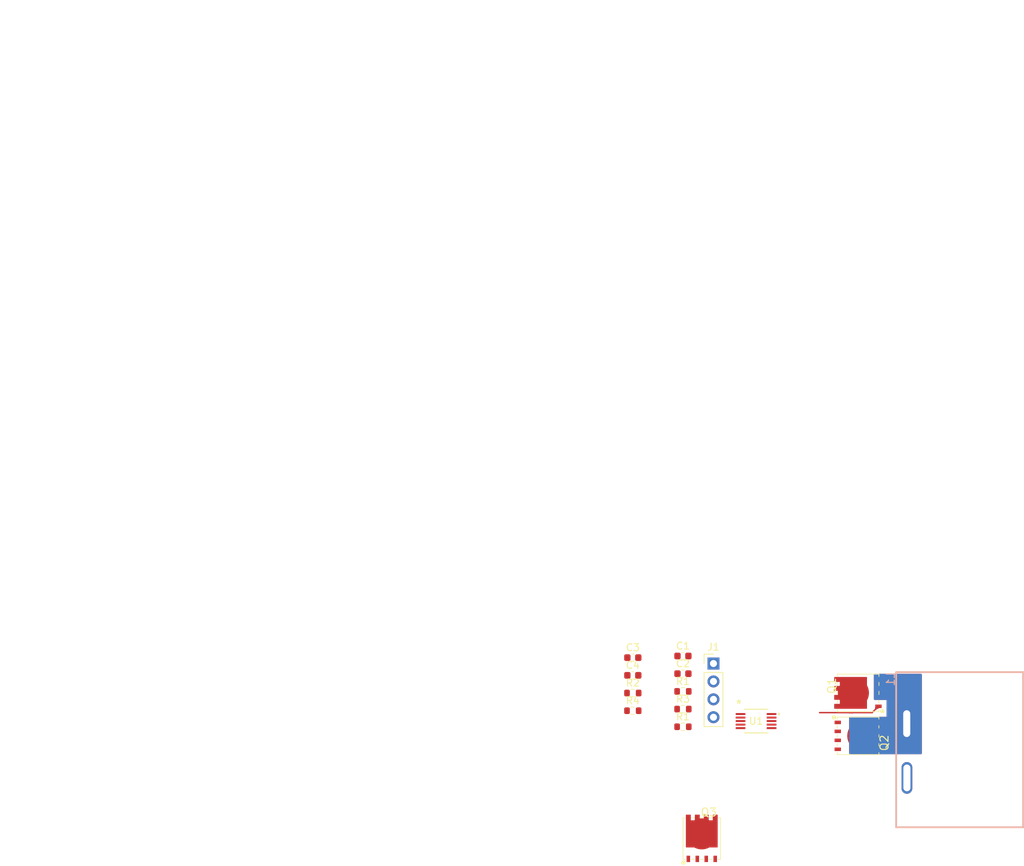
<source format=kicad_pcb>
(kicad_pcb (version 20241229) (generator "pcbnew") (generator_version "9.0")
  (layers (0 "F.Cu" signal) (2 "B.Cu" signal) (13 "F.Paste" user) (15 "B.Paste" user) (5 "F.SilkS" user "F.Silkscreen") (7 "B.SilkS" user "B.Silkscreen") (1 "F.Mask" user) (3 "B.Mask" user) (25 "Edge.Cuts" user))
  (net 0 "")
  (net 5 "GND")
  (net 6 "Net-(U1-FB)")
  (net 7 "Net-(U1-REF)")
  (net 8 "Net-(Q3-D)")
  (net 9 "/HG")
  (net 10 "+12V")
  (net 11 "/LG")
  (net 12 "Net-(R1-Pad2)")
  (net 13 "Net-(U1-BST)")
  (net 14 "/SW")
  (net 15 "Net-(U1-ILIM)")
  (net 16 "/VOUT")
  (net 17 "/EN")
  (footprint "自建封装库:MSOP10_MP2905_MNP" (layer "F.Cu") (at 107.1971 102.000001)
    (property "Reference" "U1" (at 0 0 0) (layer "F.SilkS"))
    (property "Value" "MP2905EK-LF-P")
    (fp_line (start -1.6764 1.6764) (end 1.6764 1.6764) (stroke (width 0.1524)) (layer "F.SilkS"))
    (fp_line (start 1.6764 -1.6764) (end -1.6764 -1.6764) (stroke (width 0.1524)) (layer "F.SilkS"))
    (fp_poly (pts (xy 3.3909 -1.190501) (xy 3.3909 -0.809501) (xy 3.1369 -0.809501) (xy 3.1369 -1.190501)) (fill yes) (layer "F.SilkS"))
    (fp_text user "*" (at -2.4511 -2.4224 0) (layer "F.SilkS"))
    (fp_text user "*" (at -2.4511 -2.4224 0) (layer "F.SilkS"))
    (pad "1" smd rect (at -2.1971 -1.000001) (size 1.3716 0.2794) (layers "F.Cu" "F.Mask" "F.Paste") (net 6 "Net-(U1-FB)"))
    (pad "2" smd rect (at -2.1971 -0.499999) (size 1.3716 0.2794) (layers "F.Cu" "F.Mask" "F.Paste") (net 8 "Net-(Q3-D)"))
    (pad "3" smd rect (at -2.1971 0) (size 1.3716 0.2794) (layers "F.Cu" "F.Mask" "F.Paste") (net 7 "Net-(U1-REF)"))
    (pad "4" smd rect (at -2.1971 0.499999) (size 1.3716 0.2794) (layers "F.Cu" "F.Mask" "F.Paste") (net 5 "GND"))
    (pad "5" smd rect (at -2.1971 1.000001) (size 1.3716 0.2794) (layers "F.Cu" "F.Mask" "F.Paste") (net 11 "/LG"))
    (pad "6" smd rect (at 2.1971 1.000001) (size 1.3716 0.2794) (layers "F.Cu" "F.Mask" "F.Paste") (net 13 "Net-(U1-BST)"))
    (pad "7" smd rect (at 2.1971 0.499999) (size 1.3716 0.2794) (layers "F.Cu" "F.Mask" "F.Paste") (net 14 "/SW"))
    (pad "8" smd rect (at 2.1971 0) (size 1.3716 0.2794) (layers "F.Cu" "F.Mask" "F.Paste") (net 9 "/HG"))
    (pad "9" smd rect (at 2.1971 -0.499999) (size 1.3716 0.2794) (layers "F.Cu" "F.Mask" "F.Paste") (net 10 "+12V"))
    (pad "10" smd rect (at 2.1971 -1.000001) (size 1.3716 0.2794) (layers "F.Cu" "F.Mask" "F.Paste") (net 15 "Net-(U1-ILIM)"))
  )
  (footprint "Capacitor_SMD:C_0603_1608Metric" (layer "F.Cu") (at 96.829 92.765401)
    (property "Reference" "C1" (at 0 -1.43 0) (layer "F.SilkS"))
    (property "Value" "10nF")
    (fp_line (start -0.14058 -0.51) (end 0.14058 -0.51) (stroke (width 0.12)) (layer "F.SilkS"))
    (fp_line (start -0.14058 0.51) (end 0.14058 0.51) (stroke (width 0.12)) (layer "F.SilkS"))
    (pad "1" smd roundrect (at -0.775 0) (size 0.9 0.95) (layers "F.Cu" "F.Mask" "F.Paste") (net 5 "GND"))
    (pad "2" smd roundrect (at 0.775 0) (size 0.9 0.95) (layers "F.Cu" "F.Mask" "F.Paste") (net 8 "Net-(Q3-D)"))
  )
  (footprint "Resistor_SMD:R_0603_1608Metric" (layer "F.Cu") (at 89.725 100.53)
    (property "Reference" "R4" (at 0 -1.43 0) (layer "F.SilkS"))
    (property "Value" "R")
    (fp_line (start -0.237258 -0.5225) (end 0.237258 -0.5225) (stroke (width 0.12)) (layer "F.SilkS"))
    (fp_line (start -0.237258 0.5225) (end 0.237258 0.5225) (stroke (width 0.12)) (layer "F.SilkS"))
    (pad "1" smd roundrect (at -0.825 0) (size 0.8 0.95) (layers "F.Cu" "F.Mask" "F.Paste") (net 5 "GND"))
    (pad "2" smd roundrect (at 0.825 0) (size 0.8 0.95) (layers "F.Cu" "F.Mask" "F.Paste") (net 17 "/EN"))
  )
  (footprint "Capacitor_SMD:C_0603_1608Metric" (layer "F.Cu") (at 89.725 95.51)
    (property "Reference" "C4" (at 0 -1.43 0) (layer "F.SilkS"))
    (property "Value" "10nF")
    (fp_line (start -0.14058 -0.51) (end 0.14058 -0.51) (stroke (width 0.12)) (layer "F.SilkS"))
    (fp_line (start -0.14058 0.51) (end 0.14058 0.51) (stroke (width 0.12)) (layer "F.SilkS"))
    (pad "1" smd roundrect (at -0.775 0) (size 0.9 0.95) (layers "F.Cu" "F.Mask" "F.Paste") (net 15 "Net-(U1-ILIM)"))
    (pad "2" smd roundrect (at 0.775 0) (size 0.9 0.95) (layers "F.Cu" "F.Mask" "F.Paste") (net 10 "+12V"))
  )
  (footprint "Capacitor_SMD:C_0603_1608Metric" (layer "F.Cu") (at 96.829 95.275401)
    (property "Reference" "C2" (at 0 -1.43 0) (layer "F.SilkS"))
    (property "Value" "4.7μF")
    (fp_line (start -0.14058 -0.51) (end 0.14058 -0.51) (stroke (width 0.12)) (layer "F.SilkS"))
    (fp_line (start -0.14058 0.51) (end 0.14058 0.51) (stroke (width 0.12)) (layer "F.SilkS"))
    (pad "1" smd roundrect (at -0.775 0) (size 0.9 0.95) (layers "F.Cu" "F.Mask" "F.Paste") (net 5 "GND"))
    (pad "2" smd roundrect (at 0.775 0) (size 0.9 0.95) (layers "F.Cu" "F.Mask" "F.Paste") (net 7 "Net-(U1-REF)"))
  )
  (footprint "自建封装库:TDSON-8_L5.9-W5.2-P1.27-BL" (layer "F.Cu") (at 122.775 98 90)
    (property "Reference" "Q1" (at -0.242 -4.829 90) (layer "F.SilkS") (effects (font (size 1.143 1.143) (thickness 0.152)) (justify left)))
    (property "Value" "NMOS" (hide yes))
    (fp_line (start 2.66 -4.055) (end 2.66 1.845) (stroke (width 0.1)) (layer "F.SilkS"))
    (fp_line (start 2.359 -4.055) (end 2.66 -4.055) (stroke (width 0.1)) (layer "F.SilkS"))
    (fp_line (start 1.089 -4.055) (end 1.451 -4.055) (stroke (width 0.1)) (layer "F.SilkS"))
    (fp_line (start -0.181 -4.055) (end 0.181 -4.055) (stroke (width 0.1)) (layer "F.SilkS"))
    (fp_line (start -1.451 -4.055) (end -1.089 -4.055) (stroke (width 0.1)) (layer "F.SilkS"))
    (fp_line (start -2.66 -4.055) (end -2.359 -4.055) (stroke (width 0.1)) (layer "F.SilkS"))
    (fp_line (start -2.66 -4.055) (end -2.66 1.845) (stroke (width 0.1)) (layer "F.SilkS"))
    (fp_line (start 2.309 1.845) (end 2.66 1.845) (stroke (width 0.1)) (layer "F.SilkS"))
    (fp_line (start 1.039 1.845) (end 1.501 1.845) (stroke (width 0.1)) (layer "F.SilkS"))
    (fp_line (start -0.231 1.845) (end 0.231 1.845) (stroke (width 0.1)) (layer "F.SilkS"))
    (fp_line (start -1.501 1.845) (end -1.039 1.845) (stroke (width 0.1)) (layer "F.SilkS"))
    (fp_line (start -2.66 1.845) (end -2.309 1.845) (stroke (width 0.1)) (layer "F.SilkS"))
    (fp_circle (center -2.6 2.31) (end -2.45 2.31) (stroke (width 0.3)) (fill no) (layer "F.SilkS"))
    (pad "1" smd custom (at 0 -1.775 90) (size 4.41 4.55) (layers "F.Cu" "F.Mask" "F.Paste") (net 10 "+12V") (options (clearance outline) (anchor circle)) (primitives (gr_poly (pts (xy -2.205 1.875) (xy 2.205 1.875) (xy 2.205 -2.675) (xy 1.605 -2.675) (xy 1.605 -1.875) (xy 0.935 -1.875) (xy 0.935 -2.675) (xy 0.335 -2.675) (xy 0.335 -1.875) (xy -0.335 -1.875) (xy -0.335 -2.675) (xy -0.935 -2.675) (xy -0.935 -1.875) (xy -1.605 -1.875) (xy -1.605 -2.675) (xy -2.205 -2.675)) (width 0.1) (fill yes))))
    (pad "2" smd rect (at -1.905 1.775 90) (size 0.5 0.9) (layers "F.Cu" "F.Mask" "F.Paste") (net 9 "/HG"))
    (pad "3" smd rect (at -0.635 1.775 90) (size 0.5 0.9) (layers "F.Cu" "F.Mask" "F.Paste") (net 14 "/SW"))
    (pad "3" smd rect (at 0.635 1.775 90) (size 0.5 0.9) (layers "F.Cu" "F.Mask" "F.Paste") (net 14 "/SW"))
    (pad "3" smd rect (at 1.905 1.775 90) (size 0.5 0.9) (layers "F.Cu" "F.Mask" "F.Paste") (net 14 "/SW"))
  )
  (footprint "Resistor_SMD:R_0603_1608Metric" (layer "F.Cu") (at 96.829 97.785401)
    (property "Reference" "R1" (at 0 -1.43 0) (layer "F.SilkS"))
    (property "Value" "R")
    (fp_line (start -0.237258 -0.5225) (end 0.237258 -0.5225) (stroke (width 0.12)) (layer "F.SilkS"))
    (fp_line (start -0.237258 0.5225) (end 0.237258 0.5225) (stroke (width 0.12)) (layer "F.SilkS"))
    (pad "1" smd roundrect (at -0.825 0) (size 0.8 0.95) (layers "F.Cu" "F.Mask" "F.Paste") (net 6 "Net-(U1-FB)"))
    (pad "2" smd roundrect (at 0.825 0) (size 0.8 0.95) (layers "F.Cu" "F.Mask" "F.Paste") (net 12 "Net-(R1-Pad2)"))
  )
  (footprint "自建封装库:TDSON-8_L5.9-W5.2-P1.27-BL" (layer "F.Cu") (at 120.555 104.095 -90)
    (property "Reference" "Q2" (at -0.242 -4.829 90) (layer "F.SilkS") (effects (font (size 1.143 1.143) (thickness 0.152)) (justify right)))
    (property "Value" "NMOS" (hide yes))
    (fp_line (start -2.66 1.845) (end -2.309 1.845) (stroke (width 0.1)) (layer "F.SilkS"))
    (fp_line (start -1.501 1.845) (end -1.039 1.845) (stroke (width 0.1)) (layer "F.SilkS"))
    (fp_line (start -0.231 1.845) (end 0.231 1.845) (stroke (width 0.1)) (layer "F.SilkS"))
    (fp_line (start 1.039 1.845) (end 1.501 1.845) (stroke (width 0.1)) (layer "F.SilkS"))
    (fp_line (start 2.309 1.845) (end 2.66 1.845) (stroke (width 0.1)) (layer "F.SilkS"))
    (fp_line (start -2.66 -4.055) (end -2.66 1.845) (stroke (width 0.1)) (layer "F.SilkS"))
    (fp_line (start -2.66 -4.055) (end -2.359 -4.055) (stroke (width 0.1)) (layer "F.SilkS"))
    (fp_line (start -1.451 -4.055) (end -1.089 -4.055) (stroke (width 0.1)) (layer "F.SilkS"))
    (fp_line (start -0.181 -4.055) (end 0.181 -4.055) (stroke (width 0.1)) (layer "F.SilkS"))
    (fp_line (start 1.089 -4.055) (end 1.451 -4.055) (stroke (width 0.1)) (layer "F.SilkS"))
    (fp_line (start 2.359 -4.055) (end 2.66 -4.055) (stroke (width 0.1)) (layer "F.SilkS"))
    (fp_line (start 2.66 -4.055) (end 2.66 1.845) (stroke (width 0.1)) (layer "F.SilkS"))
    (fp_circle (center -2.6 2.31) (end -2.45 2.31) (stroke (width 0.3)) (fill no) (layer "F.SilkS"))
    (pad "1" smd custom (at 0 -1.775 270) (size 4.41 4.55) (layers "F.Cu" "F.Mask" "F.Paste") (net 14 "/SW") (options (clearance outline) (anchor circle)) (primitives (gr_poly (pts (xy -2.205 1.875) (xy 2.205 1.875) (xy 2.205 -2.675) (xy 1.605 -2.675) (xy 1.605 -1.875) (xy 0.935 -1.875) (xy 0.935 -2.675) (xy 0.335 -2.675) (xy 0.335 -1.875) (xy -0.335 -1.875) (xy -0.335 -2.675) (xy -0.935 -2.675) (xy -0.935 -1.875) (xy -1.605 -1.875) (xy -1.605 -2.675) (xy -2.205 -2.675)) (width 0.1) (fill yes))))
    (pad "2" smd rect (at -1.905 1.775 270) (size 0.5 0.9) (layers "F.Cu" "F.Mask" "F.Paste") (net 11 "/LG"))
    (pad "3" smd rect (at -0.635 1.775 270) (size 0.5 0.9) (layers "F.Cu" "F.Mask" "F.Paste") (net 5 "GND"))
    (pad "3" smd rect (at 0.635 1.775 270) (size 0.5 0.9) (layers "F.Cu" "F.Mask" "F.Paste") (net 5 "GND"))
    (pad "3" smd rect (at 1.905 1.775 270) (size 0.5 0.9) (layers "F.Cu" "F.Mask" "F.Paste") (net 5 "GND"))
  )
  (footprint "自建封装库:TDSON-8_L5.9-W5.2-P1.27-BL" (layer "F.Cu") (at 99.5 119.775)
    (property "Reference" "Q3" (at -0.242 -4.829 0) (layer "F.SilkS") (effects (font (size 1.143 1.143) (thickness 0.152)) (justify left)))
    (property "Value" "NMOS" (hide yes))
    (fp_line (start -2.66 -4.055) (end -2.66 1.845) (stroke (width 0.1)) (layer "F.SilkS"))
    (fp_line (start -2.66 -4.055) (end -2.359 -4.055) (stroke (width 0.1)) (layer "F.SilkS"))
    (fp_line (start -2.66 1.845) (end -2.309 1.845) (stroke (width 0.1)) (layer "F.SilkS"))
    (fp_line (start -1.501 1.845) (end -1.039 1.845) (stroke (width 0.1)) (layer "F.SilkS"))
    (fp_line (start -1.451 -4.055) (end -1.089 -4.055) (stroke (width 0.1)) (layer "F.SilkS"))
    (fp_line (start -0.231 1.845) (end 0.231 1.845) (stroke (width 0.1)) (layer "F.SilkS"))
    (fp_line (start -0.181 -4.055) (end 0.181 -4.055) (stroke (width 0.1)) (layer "F.SilkS"))
    (fp_line (start 1.039 1.845) (end 1.501 1.845) (stroke (width 0.1)) (layer "F.SilkS"))
    (fp_line (start 1.089 -4.055) (end 1.451 -4.055) (stroke (width 0.1)) (layer "F.SilkS"))
    (fp_line (start 2.309 1.845) (end 2.66 1.845) (stroke (width 0.1)) (layer "F.SilkS"))
    (fp_line (start 2.359 -4.055) (end 2.66 -4.055) (stroke (width 0.1)) (layer "F.SilkS"))
    (fp_line (start 2.66 -4.055) (end 2.66 1.845) (stroke (width 0.1)) (layer "F.SilkS"))
    (fp_circle (center -2.6 2.31) (end -2.45 2.31) (stroke (width 0.3)) (fill no) (layer "F.SilkS"))
    (pad "1" smd custom (at 0 -1.775) (size 4.41 4.55) (layers "F.Cu" "F.Mask" "F.Paste") (net 8 "Net-(Q3-D)") (options (clearance outline) (anchor circle)) (primitives (gr_poly (pts (xy -2.205 1.875) (xy 2.205 1.875) (xy 2.205 -2.675) (xy 1.605 -2.675) (xy 1.605 -1.875) (xy 0.935 -1.875) (xy 0.935 -2.675) (xy 0.335 -2.675) (xy 0.335 -1.875) (xy -0.335 -1.875) (xy -0.335 -2.675) (xy -0.935 -2.675) (xy -0.935 -1.875) (xy -1.605 -1.875) (xy -1.605 -2.675) (xy -2.205 -2.675)) (width 0.1) (fill yes))))
    (pad "2" smd rect (at -1.905 1.775) (size 0.5 0.9) (layers "F.Cu" "F.Mask" "F.Paste") (net 17 "/EN"))
    (pad "3" smd rect (at -0.635 1.775) (size 0.5 0.9) (layers "F.Cu" "F.Mask" "F.Paste") (net 5 "GND"))
    (pad "3" smd rect (at 0.635 1.775) (size 0.5 0.9) (layers "F.Cu" "F.Mask" "F.Paste") (net 5 "GND"))
    (pad "3" smd rect (at 1.905 1.775) (size 0.5 0.9) (layers "F.Cu" "F.Mask" "F.Paste") (net 5 "GND"))
  )
  (footprint "Resistor_SMD:R_0603_1608Metric" (layer "F.Cu") (at 96.829 100.295401)
    (property "Reference" "R3" (at 0 -1.43 0) (layer "F.SilkS"))
    (property "Value" "R")
    (fp_line (start -0.237258 -0.5225) (end 0.237258 -0.5225) (stroke (width 0.12)) (layer "F.SilkS"))
    (fp_line (start -0.237258 0.5225) (end 0.237258 0.5225) (stroke (width 0.12)) (layer "F.SilkS"))
    (pad "1" smd roundrect (at -0.825 0) (size 0.8 0.95) (layers "F.Cu" "F.Mask" "F.Paste") (net 6 "Net-(U1-FB)"))
    (pad "2" smd roundrect (at 0.825 0) (size 0.8 0.95) (layers "F.Cu" "F.Mask" "F.Paste") (net 14 "/SW"))
  )
  (footprint "Resistor_SMD:R_0603_1608Metric" (layer "F.Cu") (at 89.725 98.02)
    (property "Reference" "R2" (at 0 -1.43 0) (layer "F.SilkS"))
    (property "Value" "3K")
    (fp_line (start -0.237258 -0.5225) (end 0.237258 -0.5225) (stroke (width 0.12)) (layer "F.SilkS"))
    (fp_line (start -0.237258 0.5225) (end 0.237258 0.5225) (stroke (width 0.12)) (layer "F.SilkS"))
    (pad "1" smd roundrect (at -0.825 0) (size 0.8 0.95) (layers "F.Cu" "F.Mask" "F.Paste") (net 15 "Net-(U1-ILIM)"))
    (pad "2" smd roundrect (at 0.825 0) (size 0.8 0.95) (layers "F.Cu" "F.Mask" "F.Paste") (net 10 "+12V"))
  )
  (footprint "Resistor_SMD:R_0603_1608Metric" (layer "F.Cu") (at 96.829 102.805401)
    (property "Reference" "R1" (at 0 -1.43 0) (layer "F.SilkS"))
    (property "Value" "R")
    (fp_line (start -0.237258 -0.5225) (end 0.237258 -0.5225) (stroke (width 0.12)) (layer "F.SilkS"))
    (fp_line (start -0.237258 0.5225) (end 0.237258 0.5225) (stroke (width 0.12)) (layer "F.SilkS"))
    (pad "1" smd roundrect (at -0.825 0) (size 0.8 0.95) (layers "F.Cu" "F.Mask" "F.Paste") (net 5 "GND"))
    (pad "2" smd roundrect (at 0.825 0) (size 0.8 0.95) (layers "F.Cu" "F.Mask" "F.Paste") (net 6 "Net-(U1-FB)"))
  )
  (footprint "Connector_PinHeader_2.54mm:PinHeader_1x04_P2.54mm_Vertical" (layer "F.Cu") (at 101.159 93.835401)
    (property "Reference" "J1" (at 0 -2.33 0) (layer "F.SilkS"))
    (property "Value" "Conn_01x04_Pin")
    (fp_line (start -1.33 -1.33) (end 0 -1.33) (stroke (width 0.12)) (layer "F.SilkS"))
    (fp_line (start -1.33 0) (end -1.33 -1.33) (stroke (width 0.12)) (layer "F.SilkS"))
    (fp_line (start -1.33 1.27) (end -1.33 8.95) (stroke (width 0.12)) (layer "F.SilkS"))
    (fp_line (start -1.33 1.27) (end 1.33 1.27) (stroke (width 0.12)) (layer "F.SilkS"))
    (fp_line (start -1.33 8.95) (end 1.33 8.95) (stroke (width 0.12)) (layer "F.SilkS"))
    (fp_line (start 1.33 1.27) (end 1.33 8.95) (stroke (width 0.12)) (layer "F.SilkS"))
    (pad "1" thru_hole rect (at 0 0) (size 1.7 1.7) (drill 1) (layers "*.Cu" "*.Mask"))
    (pad "2" thru_hole oval (at 0 2.54) (size 1.7 1.7) (drill 1) (layers "*.Cu" "*.Mask"))
    (pad "3" thru_hole oval (at 0 5.08) (size 1.7 1.7) (drill 1) (layers "*.Cu" "*.Mask"))
    (pad "4" thru_hole oval (at 0 7.62) (size 1.7 1.7) (drill 1) (layers "*.Cu" "*.Mask"))
  )
  (footprint "Capacitor_SMD:C_0603_1608Metric" (layer "F.Cu") (at 89.725 93)
    (property "Reference" "C3" (at 0 -1.43 0) (layer "F.SilkS"))
    (property "Value" "100nF")
    (fp_line (start -0.14058 -0.51) (end 0.14058 -0.51) (stroke (width 0.12)) (layer "F.SilkS"))
    (fp_line (start -0.14058 0.51) (end 0.14058 0.51) (stroke (width 0.12)) (layer "F.SilkS"))
    (pad "1" smd roundrect (at -0.775 0) (size 0.9 0.95) (layers "F.Cu" "F.Mask" "F.Paste") (net 13 "Net-(U1-BST)"))
    (pad "2" smd roundrect (at 0.775 0) (size 0.9 0.95) (layers "F.Cu" "F.Mask" "F.Paste") (net 14 "/SW"))
  )
  (footprint "自建封装库:PQ2010" (layer "B.Cu") (at 127.0615 95.0615 -90)
    (property "Reference" "L1" (at -0.127 0.113982 90) (layer "B.SilkS") (effects (font (size 1.143 1.143) (thickness 0.1524)) (justify left bottom mirror)))
    (property "Value" "L" (hide yes))
    (fp_line (start 0 0) (end 22 0) (stroke (width 0.254)) (layer "B.SilkS"))
    (fp_line (start 0 -18) (end 0 0) (stroke (width 0.254)) (layer "B.SilkS"))
    (fp_line (start 0 -18) (end 22 -18) (stroke (width 0.254)) (layer "B.SilkS"))
    (fp_line (start 22 -18) (end 22 0) (stroke (width 0.254)) (layer "B.SilkS"))
    (pad "1" thru_hole oval (at 7.3 -1.5 270) (size 4.5 1.524) (drill oval 3.8 1) (layers "*.Cu" "*.Mask") (net 14 "/SW"))
    (pad "2" thru_hole oval (at 15 -1.524 270) (size 4.5 1.524) (drill oval 3.8 1) (layers "*.Cu" "*.Mask") (net 16 "/VOUT"))
  )
  (segment (start 123.655 100.8) (end 120.9 100.8) (width 0.2) (layer "F.Cu") (net 9))
  (segment (start 120.9 100.8) (end 120.4 100.8) (width 0.2) (layer "F.Cu") (net 9))
  (segment (start 124.55 99.905) (end 123.655 100.8) (width 0.2) (layer "F.Cu") (net 9))
  (segment (start 120.9 100.8) (end 116.2 100.8) (width 0.2) (layer "F.Cu") (net 9))
  (via (at 130.4 99.3) (size 0) (drill 0) (layers "F.Cu" "B.Cu") (net 14))
  (via (at 125.4 102.3) (size 0) (drill 0) (layers "F.Cu" "B.Cu") (net 14))
  (via (at 129.4 97.3) (size 0) (drill 0) (layers "F.Cu" "B.Cu") (net 14))
  (via (at 127.4 98.3) (size 0) (drill 0) (layers "F.Cu" "B.Cu") (net 14))
  (via (at 128.4 98.3) (size 0) (drill 0) (layers "F.Cu" "B.Cu") (net 14))
  (via (at 125.4 105.3) (size 0) (drill 0) (layers "F.Cu" "B.Cu") (net 14))
  (via (at 129.4 101.3) (size 0) (drill 0) (layers "F.Cu" "B.Cu") (net 14))
  (via (at 127.4 106.3) (size 0) (drill 0) (layers "F.Cu" "B.Cu") (net 14))
  (via (at 130.4 98.3) (size 0) (drill 0) (layers "F.Cu" "B.Cu") (net 14))
  (via (at 130.4 100.3) (size 0) (drill 0) (layers "F.Cu" "B.Cu") (net 14))
  (via (at 130.4 101.3) (size 0) (drill 0) (layers "F.Cu" "B.Cu") (net 14))
  (via (at 125.4 97.3) (size 0) (drill 0) (layers "F.Cu" "B.Cu") (net 14))
  (via (at 127.4 103.3) (size 0) (drill 0) (layers "F.Cu" "B.Cu") (net 14))
  (via (at 124.4 98.3) (size 0) (drill 0) (layers "F.Cu" "B.Cu") (net 14))
  (via (at 125.4 103.3) (size 0) (drill 0) (layers "F.Cu" "B.Cu") (net 14))
  (via (at 130.4 96.3) (size 0) (drill 0) (layers "F.Cu" "B.Cu") (net 14))
  (via (at 129.4 104.3) (size 0) (drill 0) (layers "F.Cu" "B.Cu") (net 14))
  (via (at 126.4 101.3) (size 0) (drill 0) (layers "F.Cu" "B.Cu") (net 14))
  (via (at 129.4 102.3) (size 0) (drill 0) (layers "F.Cu" "B.Cu") (net 14))
  (via (at 126.4 103.3) (size 0) (drill 0) (layers "F.Cu" "B.Cu") (net 14))
  (via (at 126.4 104.3) (size 0) (drill 0) (layers "F.Cu" "B.Cu") (net 14))
  (via (at 126.4 97.3) (size 0) (drill 0) (layers "F.Cu" "B.Cu") (net 14))
  (via (at 126.4 100.3) (size 0) (drill 0) (layers "F.Cu" "B.Cu") (net 14))
  (via (at 128.4 99.3) (size 0) (drill 0) (layers "F.Cu" "B.Cu") (net 14))
  (via (at 128.4 105.3) (size 0) (drill 0) (layers "F.Cu" "B.Cu") (net 14))
  (via (at 129.4 106.3) (size 0) (drill 0) (layers "F.Cu" "B.Cu") (net 14))
  (via (at 125.4 106.3) (size 0) (drill 0) (layers "F.Cu" "B.Cu") (net 14))
  (via (at 125.4 96.3) (size 0) (drill 0) (layers "F.Cu" "B.Cu") (net 14))
  (via (at 125.4 104.3) (size 0) (drill 0) (layers "F.Cu" "B.Cu") (net 14))
  (via (at 127.4 105.3) (size 0) (drill 0) (layers "F.Cu" "B.Cu") (net 14))
  (via (at 130.4 105.3) (size 0) (drill 0) (layers "F.Cu" "B.Cu") (net 14))
  (via (at 127.4 104.3) (size 0) (drill 0) (layers "F.Cu" "B.Cu") (net 14))
  (via (at 127.4 100.3) (size 0) (drill 0) (layers "F.Cu" "B.Cu") (net 14))
  (via (at 129.4 105.3) (size 0) (drill 0) (layers "F.Cu" "B.Cu") (net 14))
  (via (at 127.4 99.3) (size 0) (drill 0) (layers "F.Cu" "B.Cu") (net 14))
  (via (at 130.4 102.3) (size 0) (drill 0) (layers "F.Cu" "B.Cu") (net 14))
  (via (at 125.4 98.3) (size 0) (drill 0) (layers "F.Cu" "B.Cu") (net 14))
  (via (at 126.4 96.3) (size 0) (drill 0) (layers "F.Cu" "B.Cu") (net 14))
  (via (at 127.4 97.3) (size 0) (drill 0) (layers "F.Cu" "B.Cu") (net 14))
  (via (at 128.4 96.3) (size 0) (drill 0) (layers "F.Cu" "B.Cu") (net 14))
  (via (at 126.4 98.3) (size 0) (drill 0) (layers "F.Cu" "B.Cu") (net 14))
  (via (at 129.4 99.3) (size 0) (drill 0) (layers "F.Cu" "B.Cu") (net 14))
  (via (at 128.4 97.3) (size 0) (drill 0) (layers "F.Cu" "B.Cu") (net 14))
  (via (at 130.4 104.3) (size 0) (drill 0) (layers "F.Cu" "B.Cu") (net 14))
  (via (at 129.4 96.3) (size 0) (drill 0) (layers "F.Cu" "B.Cu") (net 14))
  (via (at 127.4 102.3) (size 0) (drill 0) (layers "F.Cu" "B.Cu") (net 14))
  (via (at 130.4 97.3) (size 0) (drill 0) (layers "F.Cu" "B.Cu") (net 14))
  (via (at 128.4 106.3) (size 0) (drill 0) (layers "F.Cu" "B.Cu") (net 14))
  (via (at 127.4 96.3) (size 0) (drill 0) (layers "F.Cu" "B.Cu") (net 14))
  (via (at 130.4 106.3) (size 0) (drill 0) (layers "F.Cu" "B.Cu") (net 14))
  (via (at 129.4 103.3) (size 0) (drill 0) (layers "F.Cu" "B.Cu") (net 14))
  (via (at 126.4 102.3) (size 0) (drill 0) (layers "F.Cu" "B.Cu") (net 14))
  (via (at 126.4 99.3) (size 0) (drill 0) (layers "F.Cu" "B.Cu") (net 14))
  (via (at 130.4 103.3) (size 0) (drill 0) (layers "F.Cu" "B.Cu") (net 14))
  (via (at 126.4 105.3) (size 0) (drill 0) (layers "F.Cu" "B.Cu") (net 14))
  (via (at 129.4 100.3) (size 0) (drill 0) (layers "F.Cu" "B.Cu") (net 14))
  (via (at 126.4 106.3) (size 0) (drill 0) (layers "F.Cu" "B.Cu") (net 14))
  (via (at 129.4 98.3) (size 0) (drill 0) (layers "F.Cu" "B.Cu") (net 14))
  (via (at 127.4 101.3) (size 0) (drill 0) (layers "F.Cu" "B.Cu") (net 14))
  (zone (net 14) (net_name "/SW") (layers "F.Cu" "B.Cu") (name "stitch_zone_0") (connect_pads yes (clearance 0.5)) (min_thickness 0.25) (fill yes (thermal_gap 0.5) (thermal_bridge_width 0.5) (island_removal_mode 1) (island_area_min 10))
    (polygon (pts (xy 120.4 106.7) (xy 120.4 101.4) (xy 123.022685 101.4) (xy 125.7 101.4) (xy 125.7 99) (xy 123.9 99) (xy 123.9 95.3) (xy 130.7 95.3) (xy 130.7 106.7)))
  )
)
</source>
